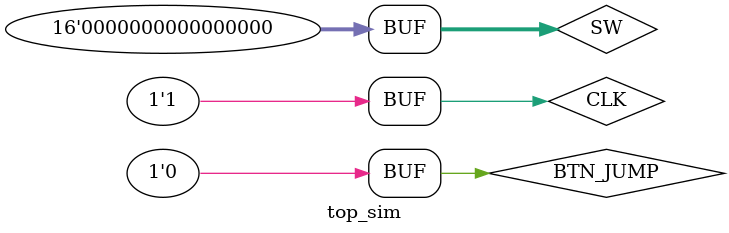
<source format=v>
`timescale 1ns / 1ps


module top_sim;

	// Inputs
	reg CLK;
	reg BTN_JUMP;
	reg [15:0] SW;

	// Outputs
	wire hs;
	wire vs;
	wire [3:0] r;
	wire [3:0] g;
	wire [3:0] b;
	wire BUZZER;
    wire [31:0]clkdiv;
    wire rdn;
    wire [15:0] SW_OK;
    
	// Instantiate the Unit Under Test (UUT)
	Top uut (
		.CLK(CLK), 
		.BTN_JUMP(BTN_JUMP), 
		.SW(SW), 
		.hs(hs), 
		.vs(vs), 
		.r(r), 
		.g(g), 
		.b(b),
        .clkdiv(clkdiv),
        .rdn(rdn),
        .SW_OK(SW_OK),
		.BUZZER(BUZZER)
	);

	initial begin
		// Initialize Inputs
		CLK = 0;
		BTN_JUMP = 0;
		SW = 0;

		// Wait 100 ns for global reset to finish
		#30;
        SW[0]=1;
        #30;
        SW[0]=0;

		// Add stimulus here
        
        
	end
    
    
    always begin
		CLK = 0; #10;
		CLK = 1; #10;
	end
      
endmodule


</source>
